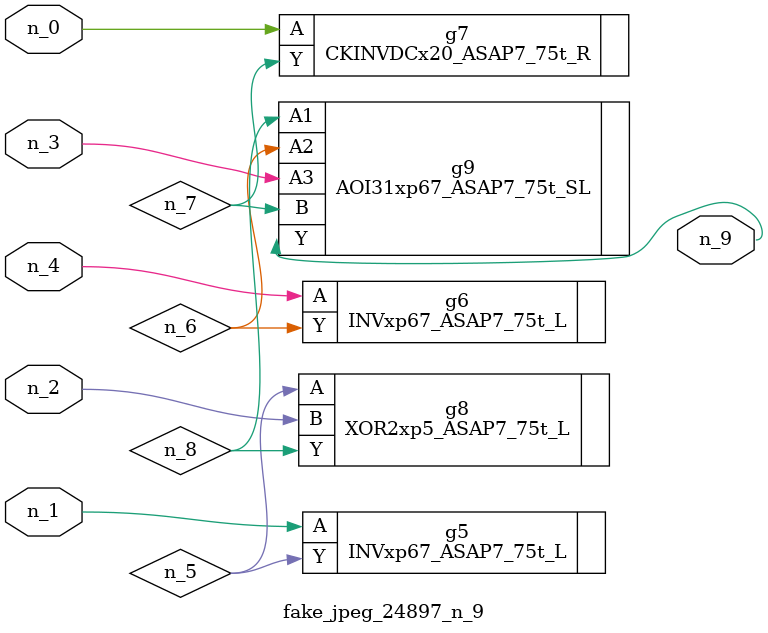
<source format=v>
module fake_jpeg_24897_n_9 (n_3, n_2, n_1, n_0, n_4, n_9);

input n_3;
input n_2;
input n_1;
input n_0;
input n_4;

output n_9;

wire n_8;
wire n_6;
wire n_5;
wire n_7;

INVxp67_ASAP7_75t_L g5 ( 
.A(n_1),
.Y(n_5)
);

INVxp67_ASAP7_75t_L g6 ( 
.A(n_4),
.Y(n_6)
);

CKINVDCx20_ASAP7_75t_R g7 ( 
.A(n_0),
.Y(n_7)
);

XOR2xp5_ASAP7_75t_L g8 ( 
.A(n_5),
.B(n_2),
.Y(n_8)
);

AOI31xp67_ASAP7_75t_SL g9 ( 
.A1(n_8),
.A2(n_6),
.A3(n_3),
.B(n_7),
.Y(n_9)
);


endmodule
</source>
